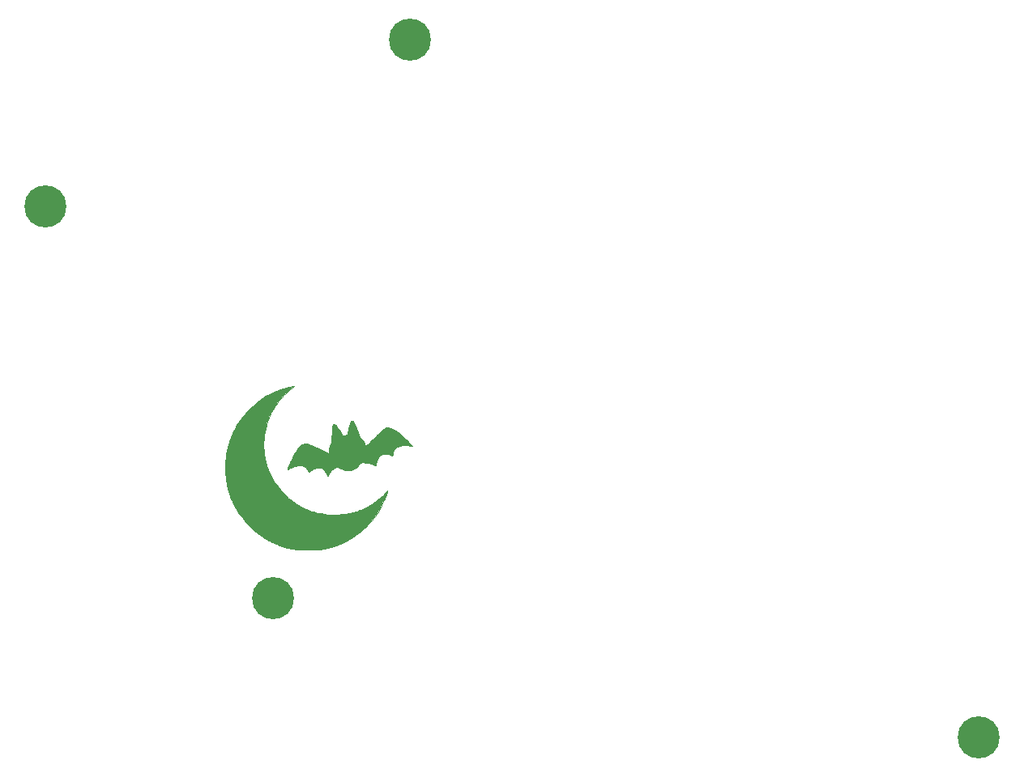
<source format=gbr>
%TF.GenerationSoftware,KiCad,Pcbnew,5.1.8*%
%TF.CreationDate,2021-01-06T22:09:07+01:00*%
%TF.ProjectId,split_3x_plate,73706c69-745f-4337-985f-706c6174652e,rev?*%
%TF.SameCoordinates,Original*%
%TF.FileFunction,Soldermask,Bot*%
%TF.FilePolarity,Negative*%
%FSLAX46Y46*%
G04 Gerber Fmt 4.6, Leading zero omitted, Abs format (unit mm)*
G04 Created by KiCad (PCBNEW 5.1.8) date 2021-01-06 22:09:07*
%MOMM*%
%LPD*%
G01*
G04 APERTURE LIST*
%ADD10C,0.010000*%
%ADD11C,0.700000*%
%ADD12C,4.400000*%
G04 APERTURE END LIST*
D10*
%TO.C,G\u002A\u002A\u002A*%
G36*
X128877864Y-108156668D02*
G01*
X128838699Y-108191278D01*
X128798374Y-108246031D01*
X128758720Y-108318531D01*
X128729421Y-108385900D01*
X128696449Y-108478671D01*
X128661824Y-108592895D01*
X128626472Y-108724755D01*
X128591321Y-108870434D01*
X128557296Y-109026116D01*
X128525324Y-109187985D01*
X128499702Y-109332050D01*
X128489231Y-109391410D01*
X128476380Y-109460349D01*
X128464392Y-109521615D01*
X128444050Y-109622280D01*
X128317050Y-109645133D01*
X128255713Y-109656365D01*
X128196969Y-109667458D01*
X128149742Y-109676712D01*
X128132900Y-109680190D01*
X128081777Y-109689939D01*
X128027274Y-109698686D01*
X128016228Y-109700205D01*
X127956706Y-109708015D01*
X127888175Y-109589882D01*
X127849070Y-109522488D01*
X127805611Y-109447610D01*
X127760543Y-109369979D01*
X127716611Y-109294322D01*
X127676561Y-109225366D01*
X127643138Y-109167841D01*
X127619089Y-109126474D01*
X127615186Y-109119766D01*
X127575945Y-109056317D01*
X127526460Y-108982301D01*
X127470464Y-108902766D01*
X127411694Y-108822760D01*
X127353885Y-108747329D01*
X127300771Y-108681523D01*
X127256089Y-108630389D01*
X127242920Y-108616678D01*
X127174706Y-108557083D01*
X127110095Y-108517889D01*
X127050984Y-108499616D01*
X126999274Y-108502783D01*
X126956863Y-108527908D01*
X126949057Y-108536329D01*
X126928927Y-108564143D01*
X126911069Y-108597976D01*
X126895326Y-108639430D01*
X126881538Y-108690104D01*
X126869547Y-108751600D01*
X126859194Y-108825516D01*
X126850321Y-108913454D01*
X126842769Y-109017013D01*
X126836379Y-109137795D01*
X126830993Y-109277399D01*
X126826452Y-109437425D01*
X126822598Y-109619475D01*
X126819271Y-109825148D01*
X126818935Y-109848984D01*
X126816829Y-109987091D01*
X126814492Y-110102430D01*
X126811608Y-110197629D01*
X126807859Y-110275319D01*
X126802929Y-110338131D01*
X126796503Y-110388696D01*
X126788263Y-110429642D01*
X126777893Y-110463602D01*
X126765077Y-110493205D01*
X126749499Y-110521082D01*
X126735457Y-110542973D01*
X126692659Y-110614400D01*
X126649011Y-110699270D01*
X126609256Y-110787502D01*
X126578134Y-110869016D01*
X126569943Y-110894821D01*
X126560362Y-110931794D01*
X126552928Y-110972523D01*
X126547216Y-111021473D01*
X126542802Y-111083110D01*
X126539262Y-111161899D01*
X126536632Y-111245354D01*
X126533958Y-111325178D01*
X126530684Y-111396856D01*
X126527066Y-111456321D01*
X126523362Y-111499510D01*
X126519828Y-111522358D01*
X126519023Y-111524381D01*
X126510746Y-111531614D01*
X126496058Y-111532950D01*
X126471931Y-111527366D01*
X126435336Y-111513839D01*
X126383245Y-111491346D01*
X126312628Y-111458862D01*
X126280504Y-111443779D01*
X126217631Y-111414213D01*
X126154355Y-111384561D01*
X126099242Y-111358832D01*
X126069150Y-111344860D01*
X126022194Y-111323074D01*
X125962593Y-111295318D01*
X125900694Y-111266415D01*
X125878650Y-111256100D01*
X125818597Y-111228011D01*
X125756896Y-111199207D01*
X125703896Y-111174517D01*
X125688150Y-111167200D01*
X125641192Y-111145348D01*
X125581588Y-111117539D01*
X125519687Y-111088604D01*
X125497650Y-111078287D01*
X125403602Y-111034386D01*
X125316430Y-110993984D01*
X125238856Y-110958321D01*
X125173603Y-110928636D01*
X125123395Y-110906167D01*
X125090954Y-110892156D01*
X125079160Y-110887800D01*
X125066085Y-110882839D01*
X125035709Y-110869628D01*
X124993740Y-110850669D01*
X124977824Y-110843350D01*
X124933085Y-110822991D01*
X124897857Y-110807537D01*
X124877912Y-110799498D01*
X124875644Y-110798900D01*
X124861855Y-110794076D01*
X124831790Y-110781496D01*
X124796323Y-110765835D01*
X124759846Y-110749436D01*
X124730026Y-110736258D01*
X124701852Y-110724262D01*
X124670309Y-110711407D01*
X124630384Y-110695651D01*
X124577065Y-110674954D01*
X124505339Y-110647276D01*
X124500700Y-110645487D01*
X124407250Y-110609561D01*
X124333690Y-110581795D01*
X124276237Y-110561145D01*
X124231107Y-110546569D01*
X124194516Y-110537022D01*
X124162682Y-110531462D01*
X124131819Y-110528846D01*
X124098145Y-110528130D01*
X124075250Y-110528177D01*
X123989174Y-110533711D01*
X123910393Y-110551123D01*
X123828530Y-110583073D01*
X123792297Y-110600671D01*
X123687519Y-110664476D01*
X123577609Y-110751714D01*
X123463600Y-110861175D01*
X123346525Y-110991651D01*
X123227417Y-111141934D01*
X123107308Y-111310816D01*
X122987231Y-111497087D01*
X122898008Y-111647141D01*
X122869815Y-111697734D01*
X122833315Y-111765576D01*
X122790667Y-111846439D01*
X122744029Y-111936094D01*
X122695562Y-112030316D01*
X122647423Y-112124876D01*
X122601772Y-112215548D01*
X122560768Y-112298104D01*
X122526570Y-112368317D01*
X122501337Y-112421958D01*
X122494512Y-112437200D01*
X122465434Y-112502940D01*
X122426507Y-112589791D01*
X122377376Y-112698540D01*
X122352932Y-112752435D01*
X122335947Y-112791613D01*
X122314302Y-112843943D01*
X122292368Y-112898836D01*
X122290025Y-112904835D01*
X122264090Y-112970762D01*
X122243719Y-113020813D01*
X122225640Y-113062926D01*
X122215797Y-113084900D01*
X122201938Y-113119567D01*
X122187858Y-113161194D01*
X122175672Y-113202492D01*
X122167494Y-113236171D01*
X122165439Y-113254944D01*
X122166047Y-113256379D01*
X122179138Y-113253329D01*
X122211469Y-113240646D01*
X122259475Y-113219883D01*
X122319591Y-113192588D01*
X122388250Y-113160312D01*
X122400322Y-113154535D01*
X122471675Y-113120384D01*
X122536468Y-113089540D01*
X122590732Y-113063880D01*
X122630495Y-113045279D01*
X122651790Y-113035615D01*
X122652850Y-113035171D01*
X122684859Y-113021941D01*
X122710000Y-113011417D01*
X122794897Y-112978207D01*
X122894910Y-112943160D01*
X123000263Y-112909494D01*
X123101181Y-112880423D01*
X123135450Y-112871472D01*
X123224363Y-112849855D01*
X123296529Y-112834669D01*
X123359477Y-112824862D01*
X123420731Y-112819380D01*
X123487820Y-112817169D01*
X123524779Y-112816960D01*
X123600197Y-112818288D01*
X123658407Y-112822867D01*
X123707500Y-112831672D01*
X123751400Y-112844290D01*
X123883136Y-112895671D01*
X123997685Y-112958431D01*
X124102305Y-113037038D01*
X124174303Y-113104681D01*
X124260561Y-113207977D01*
X124323966Y-113320469D01*
X124363173Y-113432861D01*
X124380285Y-113489277D01*
X124396625Y-113522433D01*
X124413827Y-113534358D01*
X124433525Y-113527078D01*
X124436910Y-113524358D01*
X124454129Y-113509658D01*
X124485802Y-113482575D01*
X124527091Y-113447247D01*
X124564200Y-113415484D01*
X124685283Y-113317879D01*
X124800285Y-113238953D01*
X124915610Y-113175266D01*
X125037662Y-113123375D01*
X125172847Y-113079840D01*
X125205550Y-113070892D01*
X125254918Y-113062131D01*
X125320453Y-113056501D01*
X125394722Y-113054005D01*
X125470288Y-113054648D01*
X125539717Y-113058434D01*
X125595574Y-113065367D01*
X125618300Y-113070670D01*
X125744032Y-113121616D01*
X125866218Y-113196485D01*
X125985715Y-113295848D01*
X126046430Y-113356702D01*
X126133179Y-113456275D01*
X126208516Y-113560192D01*
X126276416Y-113674728D01*
X126340855Y-113806159D01*
X126362946Y-113856425D01*
X126377567Y-113883844D01*
X126390410Y-113897392D01*
X126391916Y-113897700D01*
X126404728Y-113887747D01*
X126423647Y-113862708D01*
X126431585Y-113850075D01*
X126455838Y-113808603D01*
X126482878Y-113761264D01*
X126491838Y-113745300D01*
X126525190Y-113689734D01*
X126569504Y-113621825D01*
X126619687Y-113548911D01*
X126670644Y-113478329D01*
X126717280Y-113417418D01*
X126732218Y-113399045D01*
X126785633Y-113341187D01*
X126851323Y-113279724D01*
X126922734Y-113220039D01*
X126993310Y-113167514D01*
X127056497Y-113127532D01*
X127074318Y-113118151D01*
X127183182Y-113069164D01*
X127279101Y-113037482D01*
X127367574Y-113022947D01*
X127454103Y-113025404D01*
X127544189Y-113044694D01*
X127643331Y-113080661D01*
X127688825Y-113100625D01*
X127741076Y-113124400D01*
X127796424Y-113149477D01*
X127821750Y-113160907D01*
X127868141Y-113181813D01*
X127924082Y-113207042D01*
X127967800Y-113226773D01*
X128012927Y-113247100D01*
X128051743Y-113264500D01*
X128075750Y-113275165D01*
X128165674Y-113305465D01*
X128273665Y-113327237D01*
X128393864Y-113340474D01*
X128520409Y-113345167D01*
X128647439Y-113341307D01*
X128769094Y-113328888D01*
X128879514Y-113307900D01*
X128972836Y-113278335D01*
X128977450Y-113276421D01*
X129049639Y-113243821D01*
X129130664Y-113203724D01*
X129211588Y-113160810D01*
X129283471Y-113119759D01*
X129319837Y-113097128D01*
X129375246Y-113058393D01*
X129429156Y-113014794D01*
X129484803Y-112963146D01*
X129545422Y-112900264D01*
X129614248Y-112822962D01*
X129693554Y-112729216D01*
X129740042Y-112673773D01*
X129782601Y-112623900D01*
X129817841Y-112583501D01*
X129842374Y-112556482D01*
X129850536Y-112548325D01*
X129863230Y-112539753D01*
X129881564Y-112533714D01*
X129909664Y-112529812D01*
X129951658Y-112527651D01*
X130011671Y-112526837D01*
X130074232Y-112526884D01*
X130183959Y-112529019D01*
X130298590Y-112534279D01*
X130413005Y-112542195D01*
X130522082Y-112552296D01*
X130620700Y-112564116D01*
X130703736Y-112577183D01*
X130761800Y-112589859D01*
X130864177Y-112618496D01*
X130951836Y-112646161D01*
X131033754Y-112676165D01*
X131118905Y-112711819D01*
X131216264Y-112756434D01*
X131226734Y-112761382D01*
X131281169Y-112786303D01*
X131330416Y-112807310D01*
X131367941Y-112821697D01*
X131383653Y-112826365D01*
X131399972Y-112828655D01*
X131411184Y-112824655D01*
X131419692Y-112809865D01*
X131427901Y-112779785D01*
X131438217Y-112729915D01*
X131440002Y-112720917D01*
X131466412Y-112589977D01*
X131489682Y-112480865D01*
X131510861Y-112390354D01*
X131530994Y-112315219D01*
X131551128Y-112252234D01*
X131572309Y-112198174D01*
X131595585Y-112149814D01*
X131622001Y-112103927D01*
X131652606Y-112057288D01*
X131657746Y-112049850D01*
X131700290Y-111994011D01*
X131752825Y-111933219D01*
X131810809Y-111871963D01*
X131869703Y-111814731D01*
X131924965Y-111766011D01*
X131972056Y-111730293D01*
X131994449Y-111716994D01*
X132045798Y-111693196D01*
X132094228Y-111675487D01*
X132144571Y-111663188D01*
X132201659Y-111655621D01*
X132270326Y-111652109D01*
X132355402Y-111651971D01*
X132443316Y-111653975D01*
X132564657Y-111659123D01*
X132667147Y-111667652D01*
X132757252Y-111680875D01*
X132841435Y-111700101D01*
X132926162Y-111726644D01*
X133017897Y-111761815D01*
X133058378Y-111778753D01*
X133111256Y-111797892D01*
X133146902Y-111801666D01*
X133168640Y-111789629D01*
X133179563Y-111762512D01*
X133183975Y-111727484D01*
X133186857Y-111679735D01*
X133187501Y-111646510D01*
X133197881Y-111539734D01*
X133227468Y-111425619D01*
X133273934Y-111310293D01*
X133334950Y-111199885D01*
X133383510Y-111130811D01*
X133488456Y-111013638D01*
X133603962Y-110919399D01*
X133731014Y-110847500D01*
X133870600Y-110797347D01*
X133974900Y-110775084D01*
X134203218Y-110747968D01*
X134449481Y-110736840D01*
X134711908Y-110741687D01*
X134988717Y-110762499D01*
X135161483Y-110782713D01*
X135211416Y-110789308D01*
X135162508Y-110721079D01*
X135122091Y-110669537D01*
X135064372Y-110603059D01*
X134991155Y-110523440D01*
X134904248Y-110432477D01*
X134805456Y-110331965D01*
X134696587Y-110223700D01*
X134579445Y-110109480D01*
X134455838Y-109991099D01*
X134327572Y-109870355D01*
X134196452Y-109749042D01*
X134064285Y-109628958D01*
X134063800Y-109628521D01*
X133849097Y-109444863D01*
X133639076Y-109284726D01*
X133432165Y-109147012D01*
X133226792Y-109030625D01*
X133158452Y-108996401D01*
X133027974Y-108936354D01*
X132913703Y-108890927D01*
X132811915Y-108858996D01*
X132718888Y-108839435D01*
X132630896Y-108831121D01*
X132609650Y-108830671D01*
X132555620Y-108832234D01*
X132513410Y-108839909D01*
X132470150Y-108856804D01*
X132440587Y-108871494D01*
X132393126Y-108898821D01*
X132338862Y-108935574D01*
X132276208Y-108983087D01*
X132203576Y-109042690D01*
X132119380Y-109115718D01*
X132022032Y-109203502D01*
X131909944Y-109307375D01*
X131816543Y-109395416D01*
X131772722Y-109436843D01*
X131734793Y-109472483D01*
X131707060Y-109498305D01*
X131694340Y-109509850D01*
X131682604Y-109521055D01*
X131654602Y-109548366D01*
X131612125Y-109590023D01*
X131556961Y-109644265D01*
X131490899Y-109709331D01*
X131415728Y-109783460D01*
X131333237Y-109864892D01*
X131245214Y-109951865D01*
X131229854Y-109967050D01*
X131081534Y-110113452D01*
X130950084Y-110242661D01*
X130834542Y-110355570D01*
X130733944Y-110453073D01*
X130647329Y-110536064D01*
X130573734Y-110605436D01*
X130512195Y-110662084D01*
X130461751Y-110706900D01*
X130421439Y-110740780D01*
X130390295Y-110764616D01*
X130367359Y-110779303D01*
X130351666Y-110785733D01*
X130347592Y-110786200D01*
X130334733Y-110775148D01*
X130324229Y-110748212D01*
X130323502Y-110744925D01*
X130289045Y-110626932D01*
X130233682Y-110501376D01*
X130159421Y-110371648D01*
X130068271Y-110241142D01*
X129962240Y-110113251D01*
X129926814Y-110074825D01*
X129882196Y-110026926D01*
X129842176Y-109982684D01*
X129811043Y-109946929D01*
X129793092Y-109924489D01*
X129792778Y-109924037D01*
X129757165Y-109865360D01*
X129719957Y-109789828D01*
X129680263Y-109695344D01*
X129637194Y-109579813D01*
X129597898Y-109465400D01*
X129584729Y-109427280D01*
X129565920Y-109374571D01*
X129544763Y-109316461D01*
X129536450Y-109293950D01*
X129512583Y-109229158D01*
X129487128Y-109159329D01*
X129464747Y-109097266D01*
X129460155Y-109084400D01*
X129439878Y-109027805D01*
X129424630Y-108986671D01*
X129411087Y-108952471D01*
X129395926Y-108916680D01*
X129385145Y-108891980D01*
X129372224Y-108860862D01*
X129365216Y-108840736D01*
X129364800Y-108838323D01*
X129359876Y-108823999D01*
X129346905Y-108793080D01*
X129328590Y-108751983D01*
X129326700Y-108747849D01*
X129308013Y-108706029D01*
X129294425Y-108673680D01*
X129288645Y-108657273D01*
X129288600Y-108656793D01*
X129282507Y-108637230D01*
X129265863Y-108600354D01*
X129241125Y-108550671D01*
X129210746Y-108492686D01*
X129177182Y-108430905D01*
X129142889Y-108369832D01*
X129110321Y-108313974D01*
X129081933Y-108267836D01*
X129060181Y-108235922D01*
X129057095Y-108231956D01*
X129029034Y-108205108D01*
X128990886Y-108178088D01*
X128951484Y-108156289D01*
X128919660Y-108145105D01*
X128914033Y-108144600D01*
X128877864Y-108156668D01*
G37*
X128877864Y-108156668D02*
X128838699Y-108191278D01*
X128798374Y-108246031D01*
X128758720Y-108318531D01*
X128729421Y-108385900D01*
X128696449Y-108478671D01*
X128661824Y-108592895D01*
X128626472Y-108724755D01*
X128591321Y-108870434D01*
X128557296Y-109026116D01*
X128525324Y-109187985D01*
X128499702Y-109332050D01*
X128489231Y-109391410D01*
X128476380Y-109460349D01*
X128464392Y-109521615D01*
X128444050Y-109622280D01*
X128317050Y-109645133D01*
X128255713Y-109656365D01*
X128196969Y-109667458D01*
X128149742Y-109676712D01*
X128132900Y-109680190D01*
X128081777Y-109689939D01*
X128027274Y-109698686D01*
X128016228Y-109700205D01*
X127956706Y-109708015D01*
X127888175Y-109589882D01*
X127849070Y-109522488D01*
X127805611Y-109447610D01*
X127760543Y-109369979D01*
X127716611Y-109294322D01*
X127676561Y-109225366D01*
X127643138Y-109167841D01*
X127619089Y-109126474D01*
X127615186Y-109119766D01*
X127575945Y-109056317D01*
X127526460Y-108982301D01*
X127470464Y-108902766D01*
X127411694Y-108822760D01*
X127353885Y-108747329D01*
X127300771Y-108681523D01*
X127256089Y-108630389D01*
X127242920Y-108616678D01*
X127174706Y-108557083D01*
X127110095Y-108517889D01*
X127050984Y-108499616D01*
X126999274Y-108502783D01*
X126956863Y-108527908D01*
X126949057Y-108536329D01*
X126928927Y-108564143D01*
X126911069Y-108597976D01*
X126895326Y-108639430D01*
X126881538Y-108690104D01*
X126869547Y-108751600D01*
X126859194Y-108825516D01*
X126850321Y-108913454D01*
X126842769Y-109017013D01*
X126836379Y-109137795D01*
X126830993Y-109277399D01*
X126826452Y-109437425D01*
X126822598Y-109619475D01*
X126819271Y-109825148D01*
X126818935Y-109848984D01*
X126816829Y-109987091D01*
X126814492Y-110102430D01*
X126811608Y-110197629D01*
X126807859Y-110275319D01*
X126802929Y-110338131D01*
X126796503Y-110388696D01*
X126788263Y-110429642D01*
X126777893Y-110463602D01*
X126765077Y-110493205D01*
X126749499Y-110521082D01*
X126735457Y-110542973D01*
X126692659Y-110614400D01*
X126649011Y-110699270D01*
X126609256Y-110787502D01*
X126578134Y-110869016D01*
X126569943Y-110894821D01*
X126560362Y-110931794D01*
X126552928Y-110972523D01*
X126547216Y-111021473D01*
X126542802Y-111083110D01*
X126539262Y-111161899D01*
X126536632Y-111245354D01*
X126533958Y-111325178D01*
X126530684Y-111396856D01*
X126527066Y-111456321D01*
X126523362Y-111499510D01*
X126519828Y-111522358D01*
X126519023Y-111524381D01*
X126510746Y-111531614D01*
X126496058Y-111532950D01*
X126471931Y-111527366D01*
X126435336Y-111513839D01*
X126383245Y-111491346D01*
X126312628Y-111458862D01*
X126280504Y-111443779D01*
X126217631Y-111414213D01*
X126154355Y-111384561D01*
X126099242Y-111358832D01*
X126069150Y-111344860D01*
X126022194Y-111323074D01*
X125962593Y-111295318D01*
X125900694Y-111266415D01*
X125878650Y-111256100D01*
X125818597Y-111228011D01*
X125756896Y-111199207D01*
X125703896Y-111174517D01*
X125688150Y-111167200D01*
X125641192Y-111145348D01*
X125581588Y-111117539D01*
X125519687Y-111088604D01*
X125497650Y-111078287D01*
X125403602Y-111034386D01*
X125316430Y-110993984D01*
X125238856Y-110958321D01*
X125173603Y-110928636D01*
X125123395Y-110906167D01*
X125090954Y-110892156D01*
X125079160Y-110887800D01*
X125066085Y-110882839D01*
X125035709Y-110869628D01*
X124993740Y-110850669D01*
X124977824Y-110843350D01*
X124933085Y-110822991D01*
X124897857Y-110807537D01*
X124877912Y-110799498D01*
X124875644Y-110798900D01*
X124861855Y-110794076D01*
X124831790Y-110781496D01*
X124796323Y-110765835D01*
X124759846Y-110749436D01*
X124730026Y-110736258D01*
X124701852Y-110724262D01*
X124670309Y-110711407D01*
X124630384Y-110695651D01*
X124577065Y-110674954D01*
X124505339Y-110647276D01*
X124500700Y-110645487D01*
X124407250Y-110609561D01*
X124333690Y-110581795D01*
X124276237Y-110561145D01*
X124231107Y-110546569D01*
X124194516Y-110537022D01*
X124162682Y-110531462D01*
X124131819Y-110528846D01*
X124098145Y-110528130D01*
X124075250Y-110528177D01*
X123989174Y-110533711D01*
X123910393Y-110551123D01*
X123828530Y-110583073D01*
X123792297Y-110600671D01*
X123687519Y-110664476D01*
X123577609Y-110751714D01*
X123463600Y-110861175D01*
X123346525Y-110991651D01*
X123227417Y-111141934D01*
X123107308Y-111310816D01*
X122987231Y-111497087D01*
X122898008Y-111647141D01*
X122869815Y-111697734D01*
X122833315Y-111765576D01*
X122790667Y-111846439D01*
X122744029Y-111936094D01*
X122695562Y-112030316D01*
X122647423Y-112124876D01*
X122601772Y-112215548D01*
X122560768Y-112298104D01*
X122526570Y-112368317D01*
X122501337Y-112421958D01*
X122494512Y-112437200D01*
X122465434Y-112502940D01*
X122426507Y-112589791D01*
X122377376Y-112698540D01*
X122352932Y-112752435D01*
X122335947Y-112791613D01*
X122314302Y-112843943D01*
X122292368Y-112898836D01*
X122290025Y-112904835D01*
X122264090Y-112970762D01*
X122243719Y-113020813D01*
X122225640Y-113062926D01*
X122215797Y-113084900D01*
X122201938Y-113119567D01*
X122187858Y-113161194D01*
X122175672Y-113202492D01*
X122167494Y-113236171D01*
X122165439Y-113254944D01*
X122166047Y-113256379D01*
X122179138Y-113253329D01*
X122211469Y-113240646D01*
X122259475Y-113219883D01*
X122319591Y-113192588D01*
X122388250Y-113160312D01*
X122400322Y-113154535D01*
X122471675Y-113120384D01*
X122536468Y-113089540D01*
X122590732Y-113063880D01*
X122630495Y-113045279D01*
X122651790Y-113035615D01*
X122652850Y-113035171D01*
X122684859Y-113021941D01*
X122710000Y-113011417D01*
X122794897Y-112978207D01*
X122894910Y-112943160D01*
X123000263Y-112909494D01*
X123101181Y-112880423D01*
X123135450Y-112871472D01*
X123224363Y-112849855D01*
X123296529Y-112834669D01*
X123359477Y-112824862D01*
X123420731Y-112819380D01*
X123487820Y-112817169D01*
X123524779Y-112816960D01*
X123600197Y-112818288D01*
X123658407Y-112822867D01*
X123707500Y-112831672D01*
X123751400Y-112844290D01*
X123883136Y-112895671D01*
X123997685Y-112958431D01*
X124102305Y-113037038D01*
X124174303Y-113104681D01*
X124260561Y-113207977D01*
X124323966Y-113320469D01*
X124363173Y-113432861D01*
X124380285Y-113489277D01*
X124396625Y-113522433D01*
X124413827Y-113534358D01*
X124433525Y-113527078D01*
X124436910Y-113524358D01*
X124454129Y-113509658D01*
X124485802Y-113482575D01*
X124527091Y-113447247D01*
X124564200Y-113415484D01*
X124685283Y-113317879D01*
X124800285Y-113238953D01*
X124915610Y-113175266D01*
X125037662Y-113123375D01*
X125172847Y-113079840D01*
X125205550Y-113070892D01*
X125254918Y-113062131D01*
X125320453Y-113056501D01*
X125394722Y-113054005D01*
X125470288Y-113054648D01*
X125539717Y-113058434D01*
X125595574Y-113065367D01*
X125618300Y-113070670D01*
X125744032Y-113121616D01*
X125866218Y-113196485D01*
X125985715Y-113295848D01*
X126046430Y-113356702D01*
X126133179Y-113456275D01*
X126208516Y-113560192D01*
X126276416Y-113674728D01*
X126340855Y-113806159D01*
X126362946Y-113856425D01*
X126377567Y-113883844D01*
X126390410Y-113897392D01*
X126391916Y-113897700D01*
X126404728Y-113887747D01*
X126423647Y-113862708D01*
X126431585Y-113850075D01*
X126455838Y-113808603D01*
X126482878Y-113761264D01*
X126491838Y-113745300D01*
X126525190Y-113689734D01*
X126569504Y-113621825D01*
X126619687Y-113548911D01*
X126670644Y-113478329D01*
X126717280Y-113417418D01*
X126732218Y-113399045D01*
X126785633Y-113341187D01*
X126851323Y-113279724D01*
X126922734Y-113220039D01*
X126993310Y-113167514D01*
X127056497Y-113127532D01*
X127074318Y-113118151D01*
X127183182Y-113069164D01*
X127279101Y-113037482D01*
X127367574Y-113022947D01*
X127454103Y-113025404D01*
X127544189Y-113044694D01*
X127643331Y-113080661D01*
X127688825Y-113100625D01*
X127741076Y-113124400D01*
X127796424Y-113149477D01*
X127821750Y-113160907D01*
X127868141Y-113181813D01*
X127924082Y-113207042D01*
X127967800Y-113226773D01*
X128012927Y-113247100D01*
X128051743Y-113264500D01*
X128075750Y-113275165D01*
X128165674Y-113305465D01*
X128273665Y-113327237D01*
X128393864Y-113340474D01*
X128520409Y-113345167D01*
X128647439Y-113341307D01*
X128769094Y-113328888D01*
X128879514Y-113307900D01*
X128972836Y-113278335D01*
X128977450Y-113276421D01*
X129049639Y-113243821D01*
X129130664Y-113203724D01*
X129211588Y-113160810D01*
X129283471Y-113119759D01*
X129319837Y-113097128D01*
X129375246Y-113058393D01*
X129429156Y-113014794D01*
X129484803Y-112963146D01*
X129545422Y-112900264D01*
X129614248Y-112822962D01*
X129693554Y-112729216D01*
X129740042Y-112673773D01*
X129782601Y-112623900D01*
X129817841Y-112583501D01*
X129842374Y-112556482D01*
X129850536Y-112548325D01*
X129863230Y-112539753D01*
X129881564Y-112533714D01*
X129909664Y-112529812D01*
X129951658Y-112527651D01*
X130011671Y-112526837D01*
X130074232Y-112526884D01*
X130183959Y-112529019D01*
X130298590Y-112534279D01*
X130413005Y-112542195D01*
X130522082Y-112552296D01*
X130620700Y-112564116D01*
X130703736Y-112577183D01*
X130761800Y-112589859D01*
X130864177Y-112618496D01*
X130951836Y-112646161D01*
X131033754Y-112676165D01*
X131118905Y-112711819D01*
X131216264Y-112756434D01*
X131226734Y-112761382D01*
X131281169Y-112786303D01*
X131330416Y-112807310D01*
X131367941Y-112821697D01*
X131383653Y-112826365D01*
X131399972Y-112828655D01*
X131411184Y-112824655D01*
X131419692Y-112809865D01*
X131427901Y-112779785D01*
X131438217Y-112729915D01*
X131440002Y-112720917D01*
X131466412Y-112589977D01*
X131489682Y-112480865D01*
X131510861Y-112390354D01*
X131530994Y-112315219D01*
X131551128Y-112252234D01*
X131572309Y-112198174D01*
X131595585Y-112149814D01*
X131622001Y-112103927D01*
X131652606Y-112057288D01*
X131657746Y-112049850D01*
X131700290Y-111994011D01*
X131752825Y-111933219D01*
X131810809Y-111871963D01*
X131869703Y-111814731D01*
X131924965Y-111766011D01*
X131972056Y-111730293D01*
X131994449Y-111716994D01*
X132045798Y-111693196D01*
X132094228Y-111675487D01*
X132144571Y-111663188D01*
X132201659Y-111655621D01*
X132270326Y-111652109D01*
X132355402Y-111651971D01*
X132443316Y-111653975D01*
X132564657Y-111659123D01*
X132667147Y-111667652D01*
X132757252Y-111680875D01*
X132841435Y-111700101D01*
X132926162Y-111726644D01*
X133017897Y-111761815D01*
X133058378Y-111778753D01*
X133111256Y-111797892D01*
X133146902Y-111801666D01*
X133168640Y-111789629D01*
X133179563Y-111762512D01*
X133183975Y-111727484D01*
X133186857Y-111679735D01*
X133187501Y-111646510D01*
X133197881Y-111539734D01*
X133227468Y-111425619D01*
X133273934Y-111310293D01*
X133334950Y-111199885D01*
X133383510Y-111130811D01*
X133488456Y-111013638D01*
X133603962Y-110919399D01*
X133731014Y-110847500D01*
X133870600Y-110797347D01*
X133974900Y-110775084D01*
X134203218Y-110747968D01*
X134449481Y-110736840D01*
X134711908Y-110741687D01*
X134988717Y-110762499D01*
X135161483Y-110782713D01*
X135211416Y-110789308D01*
X135162508Y-110721079D01*
X135122091Y-110669537D01*
X135064372Y-110603059D01*
X134991155Y-110523440D01*
X134904248Y-110432477D01*
X134805456Y-110331965D01*
X134696587Y-110223700D01*
X134579445Y-110109480D01*
X134455838Y-109991099D01*
X134327572Y-109870355D01*
X134196452Y-109749042D01*
X134064285Y-109628958D01*
X134063800Y-109628521D01*
X133849097Y-109444863D01*
X133639076Y-109284726D01*
X133432165Y-109147012D01*
X133226792Y-109030625D01*
X133158452Y-108996401D01*
X133027974Y-108936354D01*
X132913703Y-108890927D01*
X132811915Y-108858996D01*
X132718888Y-108839435D01*
X132630896Y-108831121D01*
X132609650Y-108830671D01*
X132555620Y-108832234D01*
X132513410Y-108839909D01*
X132470150Y-108856804D01*
X132440587Y-108871494D01*
X132393126Y-108898821D01*
X132338862Y-108935574D01*
X132276208Y-108983087D01*
X132203576Y-109042690D01*
X132119380Y-109115718D01*
X132022032Y-109203502D01*
X131909944Y-109307375D01*
X131816543Y-109395416D01*
X131772722Y-109436843D01*
X131734793Y-109472483D01*
X131707060Y-109498305D01*
X131694340Y-109509850D01*
X131682604Y-109521055D01*
X131654602Y-109548366D01*
X131612125Y-109590023D01*
X131556961Y-109644265D01*
X131490899Y-109709331D01*
X131415728Y-109783460D01*
X131333237Y-109864892D01*
X131245214Y-109951865D01*
X131229854Y-109967050D01*
X131081534Y-110113452D01*
X130950084Y-110242661D01*
X130834542Y-110355570D01*
X130733944Y-110453073D01*
X130647329Y-110536064D01*
X130573734Y-110605436D01*
X130512195Y-110662084D01*
X130461751Y-110706900D01*
X130421439Y-110740780D01*
X130390295Y-110764616D01*
X130367359Y-110779303D01*
X130351666Y-110785733D01*
X130347592Y-110786200D01*
X130334733Y-110775148D01*
X130324229Y-110748212D01*
X130323502Y-110744925D01*
X130289045Y-110626932D01*
X130233682Y-110501376D01*
X130159421Y-110371648D01*
X130068271Y-110241142D01*
X129962240Y-110113251D01*
X129926814Y-110074825D01*
X129882196Y-110026926D01*
X129842176Y-109982684D01*
X129811043Y-109946929D01*
X129793092Y-109924489D01*
X129792778Y-109924037D01*
X129757165Y-109865360D01*
X129719957Y-109789828D01*
X129680263Y-109695344D01*
X129637194Y-109579813D01*
X129597898Y-109465400D01*
X129584729Y-109427280D01*
X129565920Y-109374571D01*
X129544763Y-109316461D01*
X129536450Y-109293950D01*
X129512583Y-109229158D01*
X129487128Y-109159329D01*
X129464747Y-109097266D01*
X129460155Y-109084400D01*
X129439878Y-109027805D01*
X129424630Y-108986671D01*
X129411087Y-108952471D01*
X129395926Y-108916680D01*
X129385145Y-108891980D01*
X129372224Y-108860862D01*
X129365216Y-108840736D01*
X129364800Y-108838323D01*
X129359876Y-108823999D01*
X129346905Y-108793080D01*
X129328590Y-108751983D01*
X129326700Y-108747849D01*
X129308013Y-108706029D01*
X129294425Y-108673680D01*
X129288645Y-108657273D01*
X129288600Y-108656793D01*
X129282507Y-108637230D01*
X129265863Y-108600354D01*
X129241125Y-108550671D01*
X129210746Y-108492686D01*
X129177182Y-108430905D01*
X129142889Y-108369832D01*
X129110321Y-108313974D01*
X129081933Y-108267836D01*
X129060181Y-108235922D01*
X129057095Y-108231956D01*
X129029034Y-108205108D01*
X128990886Y-108178088D01*
X128951484Y-108156289D01*
X128919660Y-108145105D01*
X128914033Y-108144600D01*
X128877864Y-108156668D01*
G36*
X122820832Y-104529006D02*
G01*
X122802075Y-104530985D01*
X122754822Y-104538092D01*
X122694085Y-104549153D01*
X122631052Y-104562092D01*
X122614750Y-104565716D01*
X122558038Y-104578560D01*
X122505488Y-104590432D01*
X122465782Y-104599372D01*
X122456000Y-104601563D01*
X122362311Y-104623613D01*
X122251104Y-104651662D01*
X122129059Y-104683979D01*
X122002851Y-104718830D01*
X121992450Y-104721768D01*
X121936120Y-104737648D01*
X121883838Y-104752284D01*
X121844107Y-104763301D01*
X121833700Y-104766143D01*
X121708649Y-104802407D01*
X121566736Y-104847667D01*
X121413904Y-104899742D01*
X121256100Y-104956450D01*
X121099269Y-105015610D01*
X120949356Y-105075038D01*
X120812306Y-105132555D01*
X120709750Y-105178599D01*
X120313347Y-105374918D01*
X119935593Y-105585405D01*
X119573862Y-105811904D01*
X119225528Y-106056259D01*
X118887963Y-106320313D01*
X118558541Y-106605909D01*
X118234633Y-106914890D01*
X118233250Y-106916270D01*
X118164055Y-106985676D01*
X118097914Y-107052657D01*
X118037821Y-107114134D01*
X117986769Y-107167025D01*
X117947754Y-107208247D01*
X117923770Y-107234722D01*
X117923603Y-107234917D01*
X117885624Y-107278781D01*
X117845813Y-107323857D01*
X117821473Y-107350850D01*
X117770883Y-107408063D01*
X117708893Y-107481240D01*
X117639153Y-107565882D01*
X117565308Y-107657489D01*
X117491008Y-107751561D01*
X117419898Y-107843598D01*
X117389056Y-107884289D01*
X117127041Y-108252126D01*
X116885437Y-108632647D01*
X116662514Y-109028651D01*
X116562116Y-109224100D01*
X116522792Y-109303650D01*
X116486196Y-109378935D01*
X116453926Y-109446550D01*
X116427582Y-109503092D01*
X116408763Y-109545155D01*
X116399067Y-109569335D01*
X116398100Y-109573320D01*
X116393280Y-109586965D01*
X116380708Y-109616918D01*
X116365036Y-109652377D01*
X116341889Y-109703903D01*
X116324887Y-109742495D01*
X116310312Y-109776985D01*
X116294445Y-109816202D01*
X116273567Y-109868976D01*
X116269954Y-109878150D01*
X116249643Y-109930988D01*
X116225271Y-109996353D01*
X116198636Y-110069200D01*
X116171538Y-110144485D01*
X116145777Y-110217163D01*
X116123151Y-110282190D01*
X116105460Y-110334521D01*
X116094504Y-110369111D01*
X116093282Y-110373450D01*
X116084725Y-110403030D01*
X116070951Y-110448513D01*
X116054482Y-110501608D01*
X116048850Y-110519500D01*
X116024356Y-110598058D01*
X116005821Y-110660315D01*
X115991009Y-110714013D01*
X115979165Y-110760800D01*
X115969220Y-110799065D01*
X115955803Y-110847681D01*
X115947940Y-110875100D01*
X115933226Y-110928785D01*
X115919162Y-110985230D01*
X115913900Y-111008450D01*
X115903559Y-111056189D01*
X115893553Y-111101874D01*
X115890336Y-111116400D01*
X115866389Y-111226573D01*
X115844901Y-111330688D01*
X115827101Y-111422594D01*
X115814223Y-111496140D01*
X115814021Y-111497400D01*
X115804645Y-111554983D01*
X115794966Y-111612735D01*
X115787431Y-111656150D01*
X115766400Y-111791938D01*
X115747719Y-111949727D01*
X115731600Y-112126204D01*
X115718258Y-112318061D01*
X115707906Y-112521986D01*
X115700757Y-112734668D01*
X115697025Y-112952798D01*
X115696506Y-113065850D01*
X115700397Y-113391250D01*
X115712400Y-113695723D01*
X115732736Y-113982484D01*
X115761629Y-114254752D01*
X115794842Y-114488250D01*
X115805008Y-114551765D01*
X115815085Y-114614703D01*
X115823481Y-114667119D01*
X115826363Y-114685100D01*
X115833527Y-114725387D01*
X115844632Y-114782678D01*
X115858128Y-114849176D01*
X115871739Y-114913700D01*
X115885668Y-114978474D01*
X115898487Y-115038227D01*
X115908791Y-115086408D01*
X115915178Y-115116464D01*
X115915270Y-115116900D01*
X115947311Y-115253759D01*
X115989245Y-115408653D01*
X116039497Y-115576951D01*
X116096495Y-115754023D01*
X116158663Y-115935239D01*
X116224429Y-116115969D01*
X116292218Y-116291582D01*
X116360457Y-116457449D01*
X116407288Y-116564475D01*
X116432490Y-116619075D01*
X116465136Y-116687761D01*
X116502936Y-116765905D01*
X116543594Y-116848881D01*
X116584818Y-116932059D01*
X116624314Y-117010814D01*
X116659788Y-117080518D01*
X116688949Y-117136542D01*
X116709501Y-117174261D01*
X116709523Y-117174300D01*
X116738501Y-117225007D01*
X116767649Y-117276244D01*
X116789009Y-117314000D01*
X116925049Y-117543616D01*
X117078963Y-117781916D01*
X117247177Y-118023979D01*
X117426115Y-118264884D01*
X117612202Y-118499710D01*
X117801861Y-118723538D01*
X117864084Y-118793550D01*
X117917735Y-118851761D01*
X117985738Y-118923380D01*
X118064032Y-119004313D01*
X118148559Y-119090468D01*
X118235260Y-119177753D01*
X118320074Y-119262077D01*
X118398944Y-119339346D01*
X118467810Y-119405469D01*
X118511838Y-119446555D01*
X118632277Y-119553622D01*
X118768998Y-119669596D01*
X118916595Y-119790161D01*
X119069664Y-119911001D01*
X119222799Y-120027799D01*
X119370596Y-120136240D01*
X119415460Y-120168173D01*
X119457558Y-120197242D01*
X119511569Y-120233557D01*
X119574099Y-120274939D01*
X119641756Y-120319206D01*
X119711148Y-120364177D01*
X119778883Y-120407672D01*
X119841567Y-120447510D01*
X119895809Y-120481509D01*
X119938217Y-120507490D01*
X119965397Y-120523270D01*
X119973762Y-120527100D01*
X119987234Y-120533302D01*
X120014466Y-120549073D01*
X120031817Y-120559807D01*
X120107526Y-120605440D01*
X120201657Y-120658670D01*
X120309374Y-120716879D01*
X120425845Y-120777448D01*
X120531950Y-120830725D01*
X120603742Y-120865879D01*
X120676027Y-120900775D01*
X120745032Y-120933646D01*
X120806986Y-120962724D01*
X120858117Y-120986242D01*
X120894652Y-121002431D01*
X120912821Y-121009525D01*
X120913841Y-121009700D01*
X120927799Y-121014510D01*
X120956602Y-121026700D01*
X120973414Y-121034234D01*
X121069163Y-121075589D01*
X121184052Y-121121477D01*
X121312655Y-121169982D01*
X121449544Y-121219188D01*
X121589292Y-121267179D01*
X121726471Y-121312039D01*
X121855656Y-121351851D01*
X121948000Y-121378339D01*
X122160866Y-121435058D01*
X122355806Y-121482939D01*
X122538234Y-121523170D01*
X122713559Y-121556942D01*
X122887194Y-121585446D01*
X122894150Y-121586489D01*
X122939197Y-121593068D01*
X122983397Y-121599129D01*
X123030660Y-121605120D01*
X123084896Y-121611490D01*
X123150015Y-121618689D01*
X123229927Y-121627165D01*
X123328542Y-121637367D01*
X123408500Y-121645543D01*
X123445351Y-121648048D01*
X123504541Y-121650512D01*
X123583011Y-121652902D01*
X123677699Y-121655183D01*
X123785545Y-121657322D01*
X123903490Y-121659282D01*
X124028473Y-121661032D01*
X124157433Y-121662536D01*
X124287309Y-121663760D01*
X124415043Y-121664669D01*
X124537572Y-121665231D01*
X124651838Y-121665410D01*
X124754778Y-121665172D01*
X124843334Y-121664484D01*
X124914445Y-121663310D01*
X124938850Y-121662649D01*
X125065083Y-121656692D01*
X125208145Y-121646606D01*
X125361190Y-121633110D01*
X125517370Y-121616922D01*
X125669837Y-121598760D01*
X125811745Y-121579344D01*
X125936244Y-121559392D01*
X125954850Y-121556059D01*
X126038815Y-121540081D01*
X126132506Y-121521127D01*
X126231085Y-121500282D01*
X126329718Y-121478629D01*
X126423567Y-121457254D01*
X126507796Y-121437241D01*
X126577568Y-121419675D01*
X126628048Y-121405640D01*
X126634300Y-121403703D01*
X126666477Y-121394046D01*
X126708765Y-121381990D01*
X126723200Y-121378000D01*
X126765628Y-121366053D01*
X126802960Y-121355004D01*
X126812100Y-121352143D01*
X126841485Y-121343118D01*
X126884571Y-121330361D01*
X126920050Y-121320081D01*
X127048510Y-121280972D01*
X127188427Y-121234416D01*
X127328494Y-121184228D01*
X127377250Y-121165824D01*
X127427136Y-121146645D01*
X127461229Y-121133287D01*
X127487478Y-121122548D01*
X127513833Y-121111228D01*
X127525220Y-121106244D01*
X127556468Y-121093313D01*
X127576851Y-121086310D01*
X127579333Y-121085900D01*
X127594602Y-121081127D01*
X127624349Y-121069046D01*
X127640914Y-121061789D01*
X127684493Y-121042561D01*
X127736425Y-121020038D01*
X127764600Y-121007979D01*
X127846885Y-120971215D01*
X127946033Y-120924041D01*
X128057393Y-120868907D01*
X128176315Y-120808261D01*
X128298147Y-120744554D01*
X128418238Y-120680233D01*
X128531938Y-120617748D01*
X128634597Y-120559548D01*
X128721562Y-120508083D01*
X128763422Y-120482001D01*
X128799704Y-120459390D01*
X128826876Y-120443571D01*
X128838371Y-120438200D01*
X128851544Y-120431296D01*
X128882466Y-120411974D01*
X128928031Y-120382321D01*
X128985137Y-120344420D01*
X129050678Y-120300358D01*
X129121552Y-120252220D01*
X129194653Y-120202091D01*
X129266877Y-120152056D01*
X129326700Y-120110144D01*
X129393086Y-120062566D01*
X129468250Y-120007404D01*
X129548093Y-119947789D01*
X129628514Y-119886856D01*
X129705414Y-119827736D01*
X129774692Y-119773563D01*
X129832248Y-119727468D01*
X129873982Y-119692584D01*
X129879062Y-119688124D01*
X129902742Y-119667540D01*
X129941059Y-119634703D01*
X129989213Y-119593711D01*
X130042402Y-119548658D01*
X130056950Y-119536374D01*
X130120276Y-119480739D01*
X130197416Y-119409397D01*
X130285217Y-119325541D01*
X130380526Y-119232365D01*
X130480188Y-119133060D01*
X130581049Y-119030821D01*
X130679955Y-118928840D01*
X130773753Y-118830310D01*
X130859288Y-118738424D01*
X130933407Y-118656375D01*
X130985122Y-118596700D01*
X131181992Y-118355730D01*
X131358557Y-118123591D01*
X131517018Y-117897339D01*
X131584679Y-117794050D01*
X131817302Y-117408760D01*
X132031423Y-117007762D01*
X132227716Y-116589745D01*
X132332254Y-116342450D01*
X132366280Y-116258745D01*
X132392083Y-116195289D01*
X132411006Y-116148803D01*
X132424394Y-116116004D01*
X132433589Y-116093612D01*
X132439934Y-116078347D01*
X132444773Y-116066928D01*
X132449449Y-116056073D01*
X132450550Y-116053525D01*
X132473384Y-115997630D01*
X132501553Y-115923955D01*
X132532725Y-115838931D01*
X132564564Y-115748991D01*
X132594738Y-115660569D01*
X132610608Y-115612353D01*
X132630610Y-115545390D01*
X132639939Y-115500729D01*
X132638689Y-115477669D01*
X132629117Y-115474616D01*
X132617223Y-115484310D01*
X132589705Y-115509599D01*
X132548965Y-115548185D01*
X132497405Y-115597770D01*
X132437428Y-115656055D01*
X132371437Y-115720742D01*
X132359144Y-115732850D01*
X132250484Y-115839705D01*
X132157254Y-115930793D01*
X132077030Y-116008411D01*
X132007391Y-116074861D01*
X131945911Y-116132439D01*
X131890168Y-116183447D01*
X131837739Y-116230182D01*
X131803328Y-116260188D01*
X131759504Y-116298212D01*
X131720434Y-116332335D01*
X131691814Y-116357570D01*
X131682678Y-116365777D01*
X131661974Y-116383224D01*
X131625240Y-116412760D01*
X131576680Y-116451121D01*
X131520499Y-116495042D01*
X131460903Y-116541261D01*
X131402095Y-116586513D01*
X131348281Y-116627534D01*
X131303665Y-116661060D01*
X131278534Y-116679492D01*
X131238201Y-116708857D01*
X131200763Y-116736697D01*
X131183284Y-116750042D01*
X131162020Y-116765081D01*
X131123266Y-116791025D01*
X131071025Y-116825252D01*
X131009303Y-116865138D01*
X130942107Y-116908058D01*
X130939600Y-116909649D01*
X130860433Y-116959793D01*
X130797297Y-116999439D01*
X130744853Y-117031822D01*
X130697765Y-117060175D01*
X130650694Y-117087732D01*
X130598303Y-117117727D01*
X130564950Y-117136625D01*
X130497142Y-117173386D01*
X130412338Y-117216958D01*
X130316933Y-117264253D01*
X130217325Y-117312182D01*
X130119907Y-117357656D01*
X130031077Y-117397586D01*
X129974400Y-117421844D01*
X129926316Y-117441852D01*
X129882154Y-117460299D01*
X129853750Y-117472235D01*
X129741056Y-117517518D01*
X129612627Y-117564518D01*
X129464026Y-117614854D01*
X129453700Y-117618235D01*
X129353540Y-117650339D01*
X129259198Y-117679379D01*
X129175294Y-117703998D01*
X129106448Y-117722837D01*
X129060000Y-117733977D01*
X129026848Y-117741446D01*
X128978155Y-117753035D01*
X128922987Y-117766577D01*
X128907600Y-117770427D01*
X128821656Y-117791727D01*
X128754674Y-117807569D01*
X128701118Y-117819211D01*
X128655456Y-117827913D01*
X128653600Y-117828238D01*
X128622276Y-117833703D01*
X128573607Y-117842195D01*
X128515272Y-117852374D01*
X128475800Y-117859263D01*
X128425848Y-117867828D01*
X128378918Y-117875455D01*
X128330358Y-117882795D01*
X128275518Y-117890502D01*
X128209747Y-117899226D01*
X128128393Y-117909620D01*
X128026804Y-117922336D01*
X128018600Y-117923357D01*
X127973064Y-117928253D01*
X127907809Y-117934224D01*
X127828471Y-117940810D01*
X127740684Y-117947546D01*
X127650085Y-117953971D01*
X127625883Y-117955591D01*
X127232070Y-117972077D01*
X126837338Y-117969943D01*
X126444721Y-117949542D01*
X126057251Y-117911229D01*
X125677962Y-117855358D01*
X125309885Y-117782282D01*
X124956055Y-117692354D01*
X124703900Y-117614743D01*
X124582698Y-117573923D01*
X124483791Y-117539452D01*
X124405089Y-117510577D01*
X124344498Y-117486547D01*
X124329250Y-117480044D01*
X124300792Y-117467617D01*
X124263737Y-117451389D01*
X124257481Y-117448644D01*
X124226379Y-117435725D01*
X124206286Y-117428716D01*
X124203883Y-117428300D01*
X124192190Y-117424668D01*
X124164425Y-117413252D01*
X124118797Y-117393270D01*
X124053515Y-117363940D01*
X123980000Y-117330511D01*
X123922889Y-117303593D01*
X123851510Y-117268677D01*
X123772241Y-117229010D01*
X123691457Y-117187835D01*
X123615533Y-117148398D01*
X123550844Y-117113943D01*
X123510100Y-117091365D01*
X123459544Y-117062503D01*
X123408629Y-117033505D01*
X123371177Y-117012236D01*
X123326369Y-116985802D01*
X123268974Y-116950350D01*
X123202331Y-116908097D01*
X123129781Y-116861263D01*
X123054662Y-116812068D01*
X122980315Y-116762731D01*
X122910079Y-116715470D01*
X122847294Y-116672504D01*
X122795300Y-116636053D01*
X122757436Y-116608336D01*
X122737041Y-116591572D01*
X122735400Y-116589788D01*
X122722410Y-116578555D01*
X122692889Y-116555277D01*
X122650765Y-116522964D01*
X122599962Y-116484628D01*
X122545445Y-116444050D01*
X122531004Y-116433177D01*
X122514555Y-116420241D01*
X122493040Y-116402700D01*
X122463402Y-116378016D01*
X122422583Y-116343648D01*
X122367525Y-116297056D01*
X122321234Y-116257809D01*
X122032732Y-115999530D01*
X121754111Y-115723082D01*
X121487581Y-115431268D01*
X121235356Y-115126892D01*
X120999647Y-114812757D01*
X120782666Y-114491666D01*
X120586624Y-114166425D01*
X120414086Y-113840550D01*
X120387541Y-113785974D01*
X120360063Y-113728395D01*
X120333872Y-113672597D01*
X120311184Y-113623364D01*
X120294217Y-113585480D01*
X120285191Y-113563731D01*
X120284300Y-113560598D01*
X120279464Y-113547253D01*
X120266944Y-113517911D01*
X120253786Y-113488501D01*
X120234692Y-113444214D01*
X120211382Y-113386808D01*
X120188212Y-113327071D01*
X120183124Y-113313500D01*
X120163502Y-113261165D01*
X120145760Y-113214589D01*
X120132797Y-113181362D01*
X120129721Y-113173800D01*
X120118293Y-113143342D01*
X120101328Y-113094312D01*
X120080682Y-113032437D01*
X120058210Y-112963446D01*
X120035768Y-112893065D01*
X120015212Y-112827023D01*
X119998397Y-112771048D01*
X119991895Y-112748350D01*
X119977073Y-112694298D01*
X119959954Y-112630373D01*
X119942277Y-112563241D01*
X119925783Y-112499568D01*
X119912209Y-112446021D01*
X119903297Y-112409267D01*
X119902432Y-112405450D01*
X119893686Y-112366219D01*
X119882049Y-112314138D01*
X119871220Y-112265750D01*
X119839282Y-112113792D01*
X119816070Y-111982314D01*
X119814740Y-111973650D01*
X119786342Y-111781608D01*
X119762722Y-111610165D01*
X119743508Y-111455046D01*
X119728329Y-111311976D01*
X119716814Y-111176681D01*
X119708590Y-111044887D01*
X119703286Y-110912319D01*
X119700530Y-110774703D01*
X119699912Y-110652850D01*
X119701777Y-110457616D01*
X119707529Y-110277151D01*
X119717741Y-110103037D01*
X119732986Y-109926859D01*
X119753836Y-109740198D01*
X119771224Y-109605100D01*
X119781709Y-109528854D01*
X119791361Y-109463677D01*
X119801691Y-109400222D01*
X119814210Y-109329143D01*
X119827682Y-109255850D01*
X119902315Y-108906881D01*
X119996616Y-108554047D01*
X120108404Y-108204252D01*
X120235499Y-107864397D01*
X120355168Y-107585800D01*
X120388571Y-107514619D01*
X120427547Y-107434450D01*
X120470005Y-107349319D01*
X120513853Y-107263254D01*
X120556998Y-107180282D01*
X120597347Y-107104430D01*
X120632810Y-107039726D01*
X120661292Y-106990196D01*
X120679500Y-106961539D01*
X120695994Y-106936133D01*
X120703373Y-106920535D01*
X120703400Y-106920125D01*
X120710154Y-106905402D01*
X120729166Y-106872546D01*
X120758567Y-106824533D01*
X120796485Y-106764335D01*
X120841051Y-106694928D01*
X120890392Y-106619286D01*
X120935728Y-106550750D01*
X121072319Y-106353480D01*
X121221163Y-106153990D01*
X121386590Y-105946490D01*
X121395510Y-105935636D01*
X121583112Y-105718506D01*
X121790899Y-105497781D01*
X122014775Y-105277323D01*
X122250647Y-105060996D01*
X122494418Y-104852666D01*
X122741995Y-104656196D01*
X122789362Y-104620350D01*
X122838918Y-104581116D01*
X122866681Y-104553509D01*
X122872812Y-104536383D01*
X122857475Y-104528597D01*
X122820832Y-104529006D01*
G37*
X122820832Y-104529006D02*
X122802075Y-104530985D01*
X122754822Y-104538092D01*
X122694085Y-104549153D01*
X122631052Y-104562092D01*
X122614750Y-104565716D01*
X122558038Y-104578560D01*
X122505488Y-104590432D01*
X122465782Y-104599372D01*
X122456000Y-104601563D01*
X122362311Y-104623613D01*
X122251104Y-104651662D01*
X122129059Y-104683979D01*
X122002851Y-104718830D01*
X121992450Y-104721768D01*
X121936120Y-104737648D01*
X121883838Y-104752284D01*
X121844107Y-104763301D01*
X121833700Y-104766143D01*
X121708649Y-104802407D01*
X121566736Y-104847667D01*
X121413904Y-104899742D01*
X121256100Y-104956450D01*
X121099269Y-105015610D01*
X120949356Y-105075038D01*
X120812306Y-105132555D01*
X120709750Y-105178599D01*
X120313347Y-105374918D01*
X119935593Y-105585405D01*
X119573862Y-105811904D01*
X119225528Y-106056259D01*
X118887963Y-106320313D01*
X118558541Y-106605909D01*
X118234633Y-106914890D01*
X118233250Y-106916270D01*
X118164055Y-106985676D01*
X118097914Y-107052657D01*
X118037821Y-107114134D01*
X117986769Y-107167025D01*
X117947754Y-107208247D01*
X117923770Y-107234722D01*
X117923603Y-107234917D01*
X117885624Y-107278781D01*
X117845813Y-107323857D01*
X117821473Y-107350850D01*
X117770883Y-107408063D01*
X117708893Y-107481240D01*
X117639153Y-107565882D01*
X117565308Y-107657489D01*
X117491008Y-107751561D01*
X117419898Y-107843598D01*
X117389056Y-107884289D01*
X117127041Y-108252126D01*
X116885437Y-108632647D01*
X116662514Y-109028651D01*
X116562116Y-109224100D01*
X116522792Y-109303650D01*
X116486196Y-109378935D01*
X116453926Y-109446550D01*
X116427582Y-109503092D01*
X116408763Y-109545155D01*
X116399067Y-109569335D01*
X116398100Y-109573320D01*
X116393280Y-109586965D01*
X116380708Y-109616918D01*
X116365036Y-109652377D01*
X116341889Y-109703903D01*
X116324887Y-109742495D01*
X116310312Y-109776985D01*
X116294445Y-109816202D01*
X116273567Y-109868976D01*
X116269954Y-109878150D01*
X116249643Y-109930988D01*
X116225271Y-109996353D01*
X116198636Y-110069200D01*
X116171538Y-110144485D01*
X116145777Y-110217163D01*
X116123151Y-110282190D01*
X116105460Y-110334521D01*
X116094504Y-110369111D01*
X116093282Y-110373450D01*
X116084725Y-110403030D01*
X116070951Y-110448513D01*
X116054482Y-110501608D01*
X116048850Y-110519500D01*
X116024356Y-110598058D01*
X116005821Y-110660315D01*
X115991009Y-110714013D01*
X115979165Y-110760800D01*
X115969220Y-110799065D01*
X115955803Y-110847681D01*
X115947940Y-110875100D01*
X115933226Y-110928785D01*
X115919162Y-110985230D01*
X115913900Y-111008450D01*
X115903559Y-111056189D01*
X115893553Y-111101874D01*
X115890336Y-111116400D01*
X115866389Y-111226573D01*
X115844901Y-111330688D01*
X115827101Y-111422594D01*
X115814223Y-111496140D01*
X115814021Y-111497400D01*
X115804645Y-111554983D01*
X115794966Y-111612735D01*
X115787431Y-111656150D01*
X115766400Y-111791938D01*
X115747719Y-111949727D01*
X115731600Y-112126204D01*
X115718258Y-112318061D01*
X115707906Y-112521986D01*
X115700757Y-112734668D01*
X115697025Y-112952798D01*
X115696506Y-113065850D01*
X115700397Y-113391250D01*
X115712400Y-113695723D01*
X115732736Y-113982484D01*
X115761629Y-114254752D01*
X115794842Y-114488250D01*
X115805008Y-114551765D01*
X115815085Y-114614703D01*
X115823481Y-114667119D01*
X115826363Y-114685100D01*
X115833527Y-114725387D01*
X115844632Y-114782678D01*
X115858128Y-114849176D01*
X115871739Y-114913700D01*
X115885668Y-114978474D01*
X115898487Y-115038227D01*
X115908791Y-115086408D01*
X115915178Y-115116464D01*
X115915270Y-115116900D01*
X115947311Y-115253759D01*
X115989245Y-115408653D01*
X116039497Y-115576951D01*
X116096495Y-115754023D01*
X116158663Y-115935239D01*
X116224429Y-116115969D01*
X116292218Y-116291582D01*
X116360457Y-116457449D01*
X116407288Y-116564475D01*
X116432490Y-116619075D01*
X116465136Y-116687761D01*
X116502936Y-116765905D01*
X116543594Y-116848881D01*
X116584818Y-116932059D01*
X116624314Y-117010814D01*
X116659788Y-117080518D01*
X116688949Y-117136542D01*
X116709501Y-117174261D01*
X116709523Y-117174300D01*
X116738501Y-117225007D01*
X116767649Y-117276244D01*
X116789009Y-117314000D01*
X116925049Y-117543616D01*
X117078963Y-117781916D01*
X117247177Y-118023979D01*
X117426115Y-118264884D01*
X117612202Y-118499710D01*
X117801861Y-118723538D01*
X117864084Y-118793550D01*
X117917735Y-118851761D01*
X117985738Y-118923380D01*
X118064032Y-119004313D01*
X118148559Y-119090468D01*
X118235260Y-119177753D01*
X118320074Y-119262077D01*
X118398944Y-119339346D01*
X118467810Y-119405469D01*
X118511838Y-119446555D01*
X118632277Y-119553622D01*
X118768998Y-119669596D01*
X118916595Y-119790161D01*
X119069664Y-119911001D01*
X119222799Y-120027799D01*
X119370596Y-120136240D01*
X119415460Y-120168173D01*
X119457558Y-120197242D01*
X119511569Y-120233557D01*
X119574099Y-120274939D01*
X119641756Y-120319206D01*
X119711148Y-120364177D01*
X119778883Y-120407672D01*
X119841567Y-120447510D01*
X119895809Y-120481509D01*
X119938217Y-120507490D01*
X119965397Y-120523270D01*
X119973762Y-120527100D01*
X119987234Y-120533302D01*
X120014466Y-120549073D01*
X120031817Y-120559807D01*
X120107526Y-120605440D01*
X120201657Y-120658670D01*
X120309374Y-120716879D01*
X120425845Y-120777448D01*
X120531950Y-120830725D01*
X120603742Y-120865879D01*
X120676027Y-120900775D01*
X120745032Y-120933646D01*
X120806986Y-120962724D01*
X120858117Y-120986242D01*
X120894652Y-121002431D01*
X120912821Y-121009525D01*
X120913841Y-121009700D01*
X120927799Y-121014510D01*
X120956602Y-121026700D01*
X120973414Y-121034234D01*
X121069163Y-121075589D01*
X121184052Y-121121477D01*
X121312655Y-121169982D01*
X121449544Y-121219188D01*
X121589292Y-121267179D01*
X121726471Y-121312039D01*
X121855656Y-121351851D01*
X121948000Y-121378339D01*
X122160866Y-121435058D01*
X122355806Y-121482939D01*
X122538234Y-121523170D01*
X122713559Y-121556942D01*
X122887194Y-121585446D01*
X122894150Y-121586489D01*
X122939197Y-121593068D01*
X122983397Y-121599129D01*
X123030660Y-121605120D01*
X123084896Y-121611490D01*
X123150015Y-121618689D01*
X123229927Y-121627165D01*
X123328542Y-121637367D01*
X123408500Y-121645543D01*
X123445351Y-121648048D01*
X123504541Y-121650512D01*
X123583011Y-121652902D01*
X123677699Y-121655183D01*
X123785545Y-121657322D01*
X123903490Y-121659282D01*
X124028473Y-121661032D01*
X124157433Y-121662536D01*
X124287309Y-121663760D01*
X124415043Y-121664669D01*
X124537572Y-121665231D01*
X124651838Y-121665410D01*
X124754778Y-121665172D01*
X124843334Y-121664484D01*
X124914445Y-121663310D01*
X124938850Y-121662649D01*
X125065083Y-121656692D01*
X125208145Y-121646606D01*
X125361190Y-121633110D01*
X125517370Y-121616922D01*
X125669837Y-121598760D01*
X125811745Y-121579344D01*
X125936244Y-121559392D01*
X125954850Y-121556059D01*
X126038815Y-121540081D01*
X126132506Y-121521127D01*
X126231085Y-121500282D01*
X126329718Y-121478629D01*
X126423567Y-121457254D01*
X126507796Y-121437241D01*
X126577568Y-121419675D01*
X126628048Y-121405640D01*
X126634300Y-121403703D01*
X126666477Y-121394046D01*
X126708765Y-121381990D01*
X126723200Y-121378000D01*
X126765628Y-121366053D01*
X126802960Y-121355004D01*
X126812100Y-121352143D01*
X126841485Y-121343118D01*
X126884571Y-121330361D01*
X126920050Y-121320081D01*
X127048510Y-121280972D01*
X127188427Y-121234416D01*
X127328494Y-121184228D01*
X127377250Y-121165824D01*
X127427136Y-121146645D01*
X127461229Y-121133287D01*
X127487478Y-121122548D01*
X127513833Y-121111228D01*
X127525220Y-121106244D01*
X127556468Y-121093313D01*
X127576851Y-121086310D01*
X127579333Y-121085900D01*
X127594602Y-121081127D01*
X127624349Y-121069046D01*
X127640914Y-121061789D01*
X127684493Y-121042561D01*
X127736425Y-121020038D01*
X127764600Y-121007979D01*
X127846885Y-120971215D01*
X127946033Y-120924041D01*
X128057393Y-120868907D01*
X128176315Y-120808261D01*
X128298147Y-120744554D01*
X128418238Y-120680233D01*
X128531938Y-120617748D01*
X128634597Y-120559548D01*
X128721562Y-120508083D01*
X128763422Y-120482001D01*
X128799704Y-120459390D01*
X128826876Y-120443571D01*
X128838371Y-120438200D01*
X128851544Y-120431296D01*
X128882466Y-120411974D01*
X128928031Y-120382321D01*
X128985137Y-120344420D01*
X129050678Y-120300358D01*
X129121552Y-120252220D01*
X129194653Y-120202091D01*
X129266877Y-120152056D01*
X129326700Y-120110144D01*
X129393086Y-120062566D01*
X129468250Y-120007404D01*
X129548093Y-119947789D01*
X129628514Y-119886856D01*
X129705414Y-119827736D01*
X129774692Y-119773563D01*
X129832248Y-119727468D01*
X129873982Y-119692584D01*
X129879062Y-119688124D01*
X129902742Y-119667540D01*
X129941059Y-119634703D01*
X129989213Y-119593711D01*
X130042402Y-119548658D01*
X130056950Y-119536374D01*
X130120276Y-119480739D01*
X130197416Y-119409397D01*
X130285217Y-119325541D01*
X130380526Y-119232365D01*
X130480188Y-119133060D01*
X130581049Y-119030821D01*
X130679955Y-118928840D01*
X130773753Y-118830310D01*
X130859288Y-118738424D01*
X130933407Y-118656375D01*
X130985122Y-118596700D01*
X131181992Y-118355730D01*
X131358557Y-118123591D01*
X131517018Y-117897339D01*
X131584679Y-117794050D01*
X131817302Y-117408760D01*
X132031423Y-117007762D01*
X132227716Y-116589745D01*
X132332254Y-116342450D01*
X132366280Y-116258745D01*
X132392083Y-116195289D01*
X132411006Y-116148803D01*
X132424394Y-116116004D01*
X132433589Y-116093612D01*
X132439934Y-116078347D01*
X132444773Y-116066928D01*
X132449449Y-116056073D01*
X132450550Y-116053525D01*
X132473384Y-115997630D01*
X132501553Y-115923955D01*
X132532725Y-115838931D01*
X132564564Y-115748991D01*
X132594738Y-115660569D01*
X132610608Y-115612353D01*
X132630610Y-115545390D01*
X132639939Y-115500729D01*
X132638689Y-115477669D01*
X132629117Y-115474616D01*
X132617223Y-115484310D01*
X132589705Y-115509599D01*
X132548965Y-115548185D01*
X132497405Y-115597770D01*
X132437428Y-115656055D01*
X132371437Y-115720742D01*
X132359144Y-115732850D01*
X132250484Y-115839705D01*
X132157254Y-115930793D01*
X132077030Y-116008411D01*
X132007391Y-116074861D01*
X131945911Y-116132439D01*
X131890168Y-116183447D01*
X131837739Y-116230182D01*
X131803328Y-116260188D01*
X131759504Y-116298212D01*
X131720434Y-116332335D01*
X131691814Y-116357570D01*
X131682678Y-116365777D01*
X131661974Y-116383224D01*
X131625240Y-116412760D01*
X131576680Y-116451121D01*
X131520499Y-116495042D01*
X131460903Y-116541261D01*
X131402095Y-116586513D01*
X131348281Y-116627534D01*
X131303665Y-116661060D01*
X131278534Y-116679492D01*
X131238201Y-116708857D01*
X131200763Y-116736697D01*
X131183284Y-116750042D01*
X131162020Y-116765081D01*
X131123266Y-116791025D01*
X131071025Y-116825252D01*
X131009303Y-116865138D01*
X130942107Y-116908058D01*
X130939600Y-116909649D01*
X130860433Y-116959793D01*
X130797297Y-116999439D01*
X130744853Y-117031822D01*
X130697765Y-117060175D01*
X130650694Y-117087732D01*
X130598303Y-117117727D01*
X130564950Y-117136625D01*
X130497142Y-117173386D01*
X130412338Y-117216958D01*
X130316933Y-117264253D01*
X130217325Y-117312182D01*
X130119907Y-117357656D01*
X130031077Y-117397586D01*
X129974400Y-117421844D01*
X129926316Y-117441852D01*
X129882154Y-117460299D01*
X129853750Y-117472235D01*
X129741056Y-117517518D01*
X129612627Y-117564518D01*
X129464026Y-117614854D01*
X129453700Y-117618235D01*
X129353540Y-117650339D01*
X129259198Y-117679379D01*
X129175294Y-117703998D01*
X129106448Y-117722837D01*
X129060000Y-117733977D01*
X129026848Y-117741446D01*
X128978155Y-117753035D01*
X128922987Y-117766577D01*
X128907600Y-117770427D01*
X128821656Y-117791727D01*
X128754674Y-117807569D01*
X128701118Y-117819211D01*
X128655456Y-117827913D01*
X128653600Y-117828238D01*
X128622276Y-117833703D01*
X128573607Y-117842195D01*
X128515272Y-117852374D01*
X128475800Y-117859263D01*
X128425848Y-117867828D01*
X128378918Y-117875455D01*
X128330358Y-117882795D01*
X128275518Y-117890502D01*
X128209747Y-117899226D01*
X128128393Y-117909620D01*
X128026804Y-117922336D01*
X128018600Y-117923357D01*
X127973064Y-117928253D01*
X127907809Y-117934224D01*
X127828471Y-117940810D01*
X127740684Y-117947546D01*
X127650085Y-117953971D01*
X127625883Y-117955591D01*
X127232070Y-117972077D01*
X126837338Y-117969943D01*
X126444721Y-117949542D01*
X126057251Y-117911229D01*
X125677962Y-117855358D01*
X125309885Y-117782282D01*
X124956055Y-117692354D01*
X124703900Y-117614743D01*
X124582698Y-117573923D01*
X124483791Y-117539452D01*
X124405089Y-117510577D01*
X124344498Y-117486547D01*
X124329250Y-117480044D01*
X124300792Y-117467617D01*
X124263737Y-117451389D01*
X124257481Y-117448644D01*
X124226379Y-117435725D01*
X124206286Y-117428716D01*
X124203883Y-117428300D01*
X124192190Y-117424668D01*
X124164425Y-117413252D01*
X124118797Y-117393270D01*
X124053515Y-117363940D01*
X123980000Y-117330511D01*
X123922889Y-117303593D01*
X123851510Y-117268677D01*
X123772241Y-117229010D01*
X123691457Y-117187835D01*
X123615533Y-117148398D01*
X123550844Y-117113943D01*
X123510100Y-117091365D01*
X123459544Y-117062503D01*
X123408629Y-117033505D01*
X123371177Y-117012236D01*
X123326369Y-116985802D01*
X123268974Y-116950350D01*
X123202331Y-116908097D01*
X123129781Y-116861263D01*
X123054662Y-116812068D01*
X122980315Y-116762731D01*
X122910079Y-116715470D01*
X122847294Y-116672504D01*
X122795300Y-116636053D01*
X122757436Y-116608336D01*
X122737041Y-116591572D01*
X122735400Y-116589788D01*
X122722410Y-116578555D01*
X122692889Y-116555277D01*
X122650765Y-116522964D01*
X122599962Y-116484628D01*
X122545445Y-116444050D01*
X122531004Y-116433177D01*
X122514555Y-116420241D01*
X122493040Y-116402700D01*
X122463402Y-116378016D01*
X122422583Y-116343648D01*
X122367525Y-116297056D01*
X122321234Y-116257809D01*
X122032732Y-115999530D01*
X121754111Y-115723082D01*
X121487581Y-115431268D01*
X121235356Y-115126892D01*
X120999647Y-114812757D01*
X120782666Y-114491666D01*
X120586624Y-114166425D01*
X120414086Y-113840550D01*
X120387541Y-113785974D01*
X120360063Y-113728395D01*
X120333872Y-113672597D01*
X120311184Y-113623364D01*
X120294217Y-113585480D01*
X120285191Y-113563731D01*
X120284300Y-113560598D01*
X120279464Y-113547253D01*
X120266944Y-113517911D01*
X120253786Y-113488501D01*
X120234692Y-113444214D01*
X120211382Y-113386808D01*
X120188212Y-113327071D01*
X120183124Y-113313500D01*
X120163502Y-113261165D01*
X120145760Y-113214589D01*
X120132797Y-113181362D01*
X120129721Y-113173800D01*
X120118293Y-113143342D01*
X120101328Y-113094312D01*
X120080682Y-113032437D01*
X120058210Y-112963446D01*
X120035768Y-112893065D01*
X120015212Y-112827023D01*
X119998397Y-112771048D01*
X119991895Y-112748350D01*
X119977073Y-112694298D01*
X119959954Y-112630373D01*
X119942277Y-112563241D01*
X119925783Y-112499568D01*
X119912209Y-112446021D01*
X119903297Y-112409267D01*
X119902432Y-112405450D01*
X119893686Y-112366219D01*
X119882049Y-112314138D01*
X119871220Y-112265750D01*
X119839282Y-112113792D01*
X119816070Y-111982314D01*
X119814740Y-111973650D01*
X119786342Y-111781608D01*
X119762722Y-111610165D01*
X119743508Y-111455046D01*
X119728329Y-111311976D01*
X119716814Y-111176681D01*
X119708590Y-111044887D01*
X119703286Y-110912319D01*
X119700530Y-110774703D01*
X119699912Y-110652850D01*
X119701777Y-110457616D01*
X119707529Y-110277151D01*
X119717741Y-110103037D01*
X119732986Y-109926859D01*
X119753836Y-109740198D01*
X119771224Y-109605100D01*
X119781709Y-109528854D01*
X119791361Y-109463677D01*
X119801691Y-109400222D01*
X119814210Y-109329143D01*
X119827682Y-109255850D01*
X119902315Y-108906881D01*
X119996616Y-108554047D01*
X120108404Y-108204252D01*
X120235499Y-107864397D01*
X120355168Y-107585800D01*
X120388571Y-107514619D01*
X120427547Y-107434450D01*
X120470005Y-107349319D01*
X120513853Y-107263254D01*
X120556998Y-107180282D01*
X120597347Y-107104430D01*
X120632810Y-107039726D01*
X120661292Y-106990196D01*
X120679500Y-106961539D01*
X120695994Y-106936133D01*
X120703373Y-106920535D01*
X120703400Y-106920125D01*
X120710154Y-106905402D01*
X120729166Y-106872546D01*
X120758567Y-106824533D01*
X120796485Y-106764335D01*
X120841051Y-106694928D01*
X120890392Y-106619286D01*
X120935728Y-106550750D01*
X121072319Y-106353480D01*
X121221163Y-106153990D01*
X121386590Y-105946490D01*
X121395510Y-105935636D01*
X121583112Y-105718506D01*
X121790899Y-105497781D01*
X122014775Y-105277323D01*
X122250647Y-105060996D01*
X122494418Y-104852666D01*
X122741995Y-104656196D01*
X122789362Y-104620350D01*
X122838918Y-104581116D01*
X122866681Y-104553509D01*
X122872812Y-104536383D01*
X122857475Y-104528597D01*
X122820832Y-104529006D01*
%TD*%
D11*
%TO.C, *%
X98066726Y-84533274D03*
X96900000Y-84050000D03*
X95733274Y-84533274D03*
X95250000Y-85700000D03*
X95733274Y-86866726D03*
X96900000Y-87350000D03*
X98066726Y-86866726D03*
X98550000Y-85700000D03*
D12*
X96900000Y-85700000D03*
%TD*%
D11*
%TO.C, *%
X121866726Y-125533274D03*
X120700000Y-125050000D03*
X119533274Y-125533274D03*
X119050000Y-126700000D03*
X119533274Y-127866726D03*
X120700000Y-128350000D03*
X121866726Y-127866726D03*
X122350000Y-126700000D03*
D12*
X120700000Y-126700000D03*
%TD*%
D11*
%TO.C, *%
X136166726Y-67133274D03*
X135000000Y-66650000D03*
X133833274Y-67133274D03*
X133350000Y-68300000D03*
X133833274Y-69466726D03*
X135000000Y-69950000D03*
X136166726Y-69466726D03*
X136650000Y-68300000D03*
D12*
X135000000Y-68300000D03*
%TD*%
D11*
%TO.C, *%
X195635476Y-140120774D03*
X194468750Y-139637500D03*
X193302024Y-140120774D03*
X192818750Y-141287500D03*
X193302024Y-142454226D03*
X194468750Y-142937500D03*
X195635476Y-142454226D03*
X196118750Y-141287500D03*
D12*
X194468750Y-141287500D03*
%TD*%
M02*

</source>
